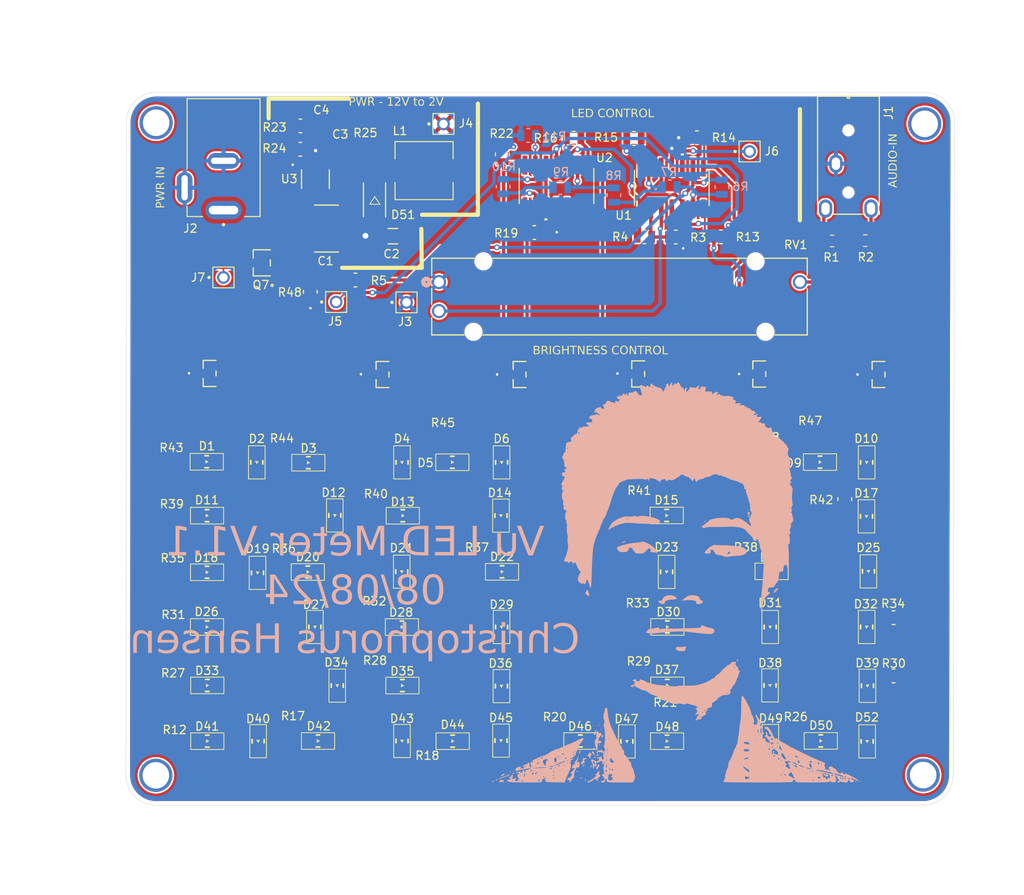
<source format=kicad_pcb>
(kicad_pcb (version 20240108) (generator "pcbnew") (generator_version "8.0")
  (layers (0 "F.Cu" signal) (31 "B.Cu" signal) (34 "B.Paste" user) (35 "F.Paste" user) (36 "B.SilkS" user "B.Silkscreen") (37 "F.SilkS" user "F.Silkscreen") (38 "B.Mask" user) (39 "F.Mask" user) (44 "Edge.Cuts" user))
  (net 0 "")
  (net 1 "GND")
  (net 2 "+12V")
  (net 3 "/ROW1END")
  (net 4 "+5V")
  (net 5 "/ROW2END")
  (net 6 "/ROW3END")
  (net 7 "/ROW4END")
  (net 8 "/ROW5END")
  (net 9 "/ROW6END")
  (net 10 "Net-(Q1-G)")
  (net 11 "Net-(Q2-G)")
  (net 12 "Net-(Q3-G)")
  (net 13 "Net-(Q4-G)")
  (net 14 "Net-(Q5-G)")
  (net 15 "Net-(Q6-G)")
  (net 16 "Net-(R1-Pad2)")
  (net 17 "Net-(J1-Pad2)")
  (net 18 "Net-(J1-Pad3)")
  (net 19 "Net-(U1A--)")
  (net 20 "/AUDIO")
  (net 21 "Net-(U3-VFB)")
  (net 22 "Net-(U1A-+)")
  (net 23 "Net-(U3-BST)")
  (net 24 "Net-(C3-Pad2)")
  (net 25 "Net-(D51-K)")
  (net 27 "+6.6V")
  (net 28 "+5.5V")
  (net 29 "+4.4V")
  (net 30 "+3.3V")
  (net 31 "+2.2V")
  (net 32 "+1.1V")
  (net 33 "Net-(D1-K)")
  (net 34 "Net-(D1-A)")
  (net 35 "Net-(D3-A)")
  (net 36 "Net-(D3-K)")
  (net 37 "Net-(D5-K)")
  (net 38 "Net-(D5-A)")
  (net 39 "Net-(D7-A)")
  (net 40 "Net-(D7-K)")
  (net 41 "Net-(D10-A)")
  (net 42 "Net-(D9-A)")
  (net 43 "Net-(D11-A)")
  (net 44 "Net-(D11-K)")
  (net 45 "Net-(D13-K)")
  (net 46 "Net-(D13-A)")
  (net 47 "Net-(D15-A)")
  (net 48 "Net-(D15-K)")
  (net 49 "Net-(D17-A)")
  (net 50 "Net-(D18-A)")
  (net 51 "Net-(D18-K)")
  (net 52 "Net-(D20-A)")
  (net 53 "Net-(D20-K)")
  (net 54 "Net-(D22-A)")
  (net 55 "Net-(D22-K)")
  (net 56 "Net-(D24-K)")
  (net 57 "Net-(D24-A)")
  (net 58 "Net-(D26-K)")
  (net 59 "Net-(D26-A)")
  (net 60 "Net-(D28-K)")
  (net 61 "Net-(D28-A)")
  (net 62 "Net-(D30-A)")
  (net 63 "Net-(D30-K)")
  (net 64 "Net-(D32-A)")
  (net 65 "Net-(D33-A)")
  (net 66 "Net-(D33-K)")
  (net 67 "Net-(D35-A)")
  (net 68 "Net-(D35-K)")
  (net 69 "Net-(D37-A)")
  (net 70 "Net-(D37-K)")
  (net 71 "Net-(D39-A)")
  (net 72 "Net-(D40-A)")
  (net 73 "Net-(D41-A)")
  (net 74 "Net-(D42-K)")
  (net 75 "Net-(D42-A)")
  (net 76 "Net-(D44-K)")
  (net 77 "Net-(D44-A)")
  (net 78 "Net-(D46-A)")
  (net 79 "Net-(D46-K)")
  (net 80 "Net-(D48-K)")
  (net 81 "Net-(D48-A)")
  (net 82 "Net-(D50-K)")
  (net 83 "Net-(D50-A)")
  (net 84 "PWRIN")
  (net 85 "Net-(Q7-G)")
  (footprint "VuLED:CPF0603B24RE1" (layer "F.Cu") (at 107.97 125.55 90)
    (property "Reference" "R29")
    (property "Value" "24" (hide yes))
  )
  (footprint "VuLED:DMN3023L_7" (layer "F.Cu") (at 77.17 88.74 90)
    (property "Reference" "Q5" (hide yes))
    (property "Value" "DMN3023L-7" (hide yes))
  )
  (footprint "VuLED:150080VS75000-WL-SMCW_0805" (layer "F.Cu") (at 91.505 126.32 90)
    (property "Reference" "D36")
    (property "Value" "LED_Small" (hide yes))
  )
  (footprint "VuLED:150080VS75000-WL-SMCW_0805" (layer "F.Cu") (at 79.565 126.25 180)
    (property "Reference" "D35")
    (property "Value" "LED_Small" (hide yes))
  )
  (footprint "VuLED:150080VS75000-WL-SMCW_0805" (layer "F.Cu") (at 91.445 105.755 90)
    (property "Reference" "D14")
    (property "Value" "LED_Small" (hide yes))
  )
  (footprint "VuLED:150080VS75000-WL-SMCW_0805" (layer "F.Cu") (at 106.62 132.985 90)
    (property "Reference" "D47")
    (property "Value" "LED_Small" (hide yes))
  )
  (footprint "VuLED:CPF0603B24RE1" (layer "F.Cu") (at 110.375 96.54 90)
    (property "Reference" "R46")
    (property "Value" "24" (hide yes))
  )
  (footprint "VuLED:CPF0603B24RE1" (layer "F.Cu") (at 51.97 119.205 180)
    (property "Reference" "R31")
    (property "Value" "24" (hide yes))
  )
  (footprint "VuLED:EJ508A" (layer "F.Cu") (at 58.01 66.215 180)
    (property "Reference" "J2")
    (property "Value" "Barrel_Jack_Switch" (hide yes))
  )
  (footprint "VuLED:RESC2012X50N" (layer "F.Cu") (at 135.35 72.595 180)
    (property "Reference" "R2")
    (property "Value" "10k" (hide yes))
  )
  (footprint "VuLED:150080VS75000-WL-SMCW_0805" (layer "F.Cu") (at 56.02 112.585 180)
    (property "Reference" "D18")
    (property "Value" "LED_Small" (hide yes))
  )
  (footprint "Capacitor_SMD:C_0201_0603Metric" (layer "F.Cu") (at 67.81 56.725)
    (property "Reference" "C4")
    (property "Value" "470pF" (hide yes))
  )
  (footprint "VuLED:150080VS75000-WL-SMCW_0805" (layer "F.Cu") (at 91.52 119.185 90)
    (property "Reference" "D29")
    (property "Value" "LED_Small" (hide yes))
  )
  (footprint "VuLED:DMN3023L_7" (layer "F.Cu") (at 56.33 88.61 90)
    (property "Reference" "Q6" (hide yes))
    (property "Value" "DMN3023L-7" (hide yes))
  )
  (footprint "VuLED:150080VS75000-WL-SMCW_0805" (layer "F.Cu") (at 101.02 132.935 180)
    (property "Reference" "D46")
    (property "Value" "LED_Small" (hide yes))
  )
  (footprint "VuLED:SOT-23-6W_PE-SOT23-6W-0512_NMD" (layer "F.Cu") (at 69.085 65.18 90)
    (property "Reference" "U3")
    (property "Value" "R1240N001B-TR-FE" (hide yes))
  )
  (footprint "VuLED:CPF0603B24RE1" (layer "F.Cu") (at 108.06 104.905 90)
    (property "Reference" "R41")
    (property "Value" "24" (hide yes))
  )
  (footprint "VuLED:150080VS75000-WL-SMCW_0805" (layer "F.Cu") (at 111.465 99.355 180)
    (property "Reference" "D7")
    (property "Value" "LED_Small" (hide yes))
  )
  (footprint "VuLED:CPF0603B24RE1" (layer "F.Cu") (at 84.47 96.725 90)
    (property "Reference" "R45")
    (property "Value" "24" (hide yes))
  )
  (footprint "VuLED:CPF0603B24RE1" (layer "F.Cu") (at 66.23 132.265 90)
    (property "Reference" "R17")
    (property "Value" "24" (hide yes))
  )
  (footprint "VuLED:RES0805_CRG_TYCO_TYC" (layer "F.Cu") (at 100.20515 60.259963)
    (property "Reference" "R16")
    (property "Value" "10k" (hide yes))
  )
  (footprint "VuLED:150080VS75000-WL-SMCW_0805" (layer "F.Cu") (at 135.735 112.48 90)
    (property "Reference" "D25")
    (property "Value" "LED_Small" (hide yes))
  )
  (footprint "VuLED:RES0805_CRG_TYCO_TYC" (layer "F.Cu") (at 112.51615 72.159563 180)
    (property "Reference" "R3")
    (property "Value" "1k" (hide yes))
  )
  (footprint "VuLED:STX-3000_KYC" (layer "F.Cu") (at 131.824876 63.389566)
    (property "Reference" "J1")
    (property "Value" "AudioJack2_Ground" (hide yes))
  )
  (footprint "VuLED:150080VS75000-WL-SMCW_0805" (layer "F.Cu") (at 79.485 112.515 90)
    (property "Reference" "D21")
    (property "Value" "LED_Small" (hide yes))
  )
  (footprint "VuLED:CPF0603B24RE1" (layer "F.Cu") (at 65.18 111.975 90)
    (property "Reference" "R36")
    (property "Value" "24" (hide yes))
  )
  (footprint "VuLED:GRM31CR71E106KA12L" (layer "F.Cu") (at 78.425 72.06 180)
    (property "Reference" "C2")
    (property "Value" "10u" (hide yes))
  )
  (footprint "VuLED:PH1_01_UA" (layer "F.Cu") (at 80.06 80.04)
    (property "Reference" "J3")
    (property "Value" "TP1")
  )
  (footprint "VuLED:150080VS75000-WL-SMCW_0805" (layer "F.Cu") (at 62.175 132.96 90)
    (property "Reference" "D40")
    (property "Value" "LED_Small" (hide yes))
  )
  (footprint "VuLED:CPF0603B24RE1" (layer "F.Cu") (at 88.585 111.825 90)
    (property "Reference" "R37")
    (property "Value" "24" (hide yes))
  )
  (footprint "VuLED:CPF0603B24RE1" (layer "F.Cu") (at 126.86 132.26 90)
    (property "Reference" "R26")
    (property "Value" "24" (hide yes))
  )
  (footprint "VuLED:M3-Mounting Holes" (layer "F.Cu") (at 142.336191 136.916191)
    (property "Reference" "H1" (hide yes))
    (property "Value" "MountingHole" (hide yes))
  )
  (footprint "VuLED:IND_SLF7045T-4R7M2R0-PF" (layer "F.Cu") (at 82.175 64.15)
    (property "Reference" "L1")
    (property "Value" "4.7u" (hide yes))
  )
  (footprint "VuLED:DMN3023L_7" (layer "F.Cu") (at 122.58 88.685 90)
    (property "Reference" "Q2" (hide yes))
    (property "Value" "DMN3023L-7" (hide yes))
  )
  (footprint "VuLED:CPF0603B24RE1" (layer "F.Cu") (at 76.48 105.205 90)
    (property "Reference" "R40")
    (property "Value" "24" (hide yes))
  )
  (footprint "VuLED:C0805C104K5RACTU" (layer "F.Cu") (at 72.19 62.5 90)
    (property "Reference" "C3")
    (property "Value" "0.1u" (hide yes))
  )
  (footprint "VuLED:CPF0603B24RE1" (layer "F.Cu") (at 51.78 99.3 180)
    (property "Reference" "R43")
    (property "Value" "24" (hide yes))
  )
  (footprint "VuLED:PH1_01_UA" (layer "F.Cu") (at 121.415 61.845)
    (property "Reference" "J6")
    (property "Value" "TP4" (hide yes))
  )
  (footprint "VuLED:150080VS75000-WL-SMCW_0805" (layer "F.Cu") (at 123.875 126.23 90)
    (property "Reference" "D38")
    (property "Value" "LED_Small" (hide yes))
  )
  (footprint "VuLED:150080VS75000-WL-SMCW_0805" (layer "F.Cu") (at 79.51 119.195 180)
    (property "Reference" "D28")
    (property "Value" "LED_Small" (hide yes))
  )
  (footprint "VuLED:150080VS75000-WL-SMCW_0805" (layer "F.Cu") (at 69.4 132.935 180)
    (property "Reference" "D42")
    (property "Value" "LED_Small" (hide yes))
  )
  (footprint "VuLED:CMS11" (layer "F.Cu") (at 76.205 67.675 -90)
    (property "Reference" "D51")
    (property "Value" "D" (hide yes))
  )
  (footprint "VuLED:POT_PTA3043_BRN" (layer "F.Cu") (at 83.980158 77.590035)
    (property "Reference" "RV1")
    (property "Value" "100k" (hide yes))
  )
  (footprint "VuLED:RC0805FR-0751RL" (layer "F.Cu") (at 75.02 62.265 90)
    (property "Reference" "R25")
    (property "Value" "51" (hide yes))
  )
  (footprint "VuLED:LM324-D14-M" (layer "F.Cu") (at 112.03615 66.239963 90)
    (property "Reference" "U1")
    (property "Value" "LM324" (hide yes))
  )
  (footprint "VuLED:150080VS75000-WL-SMCW_0805" (layer "F.Cu") (at 71.42 105.735 90)
    (property "Reference" "D12")
    (property "Value" "LED_Small" (hide yes))
  )
  (footprint "VuLED:150080VS75000-WL-SMCW_0805" (layer "F.Cu") (at 111.495 126.23 180)
    (property "Reference" "D37")
    (property "Value" "LED_Small" (hide yes))
  )
  (footprint "VuLED:DMN3023L_7" (layer "F.Cu") (at 93.69 88.74 90)
    (property "Reference" "Q4" (hide yes))
    (property "Value" "DMN3023L-7" (hide yes))
  )
  (footprint "VuLED:RES0805_CRG_TYCO_TYC" (layer "F.Cu") (at 138.7587 125.085)
    (property "Reference" "R30")
    (property "Value" "112" (hide yes))
  )
  (footprint "VuLED:150080VS75000-WL-SMCW_0805" (layer "F.Cu") (at 71.71 126.26 90)
    (property "Reference" "D34")
    (property "Value" "LED_Small" (hide yes))
  )
  (footprint "VuLED:150080VS75000-WL-SMCW_0805" (layer "F.Cu") (at 129.895 99.3 180)
    (property "Reference" "D9")
    (property "Value" "LED_Small" (hide yes))
  )
  (footprint "VuLED:RES0805_CRG_TYCO_TYC" (layer "F.Cu") (at 67.26 61.575 180)
    (property "Reference" "R24")
    (property "Value" "1.2k" (hide yes))
  )
  (footprint "VuLED:150080VS75000-WL-SMCW_0805" (layer "F.Cu") (at 62.105 112.655 90)
    (property "Reference" "D19")
    (property "Value" "LED_Small" (hide yes))
  )
  (footprint "VuLED:CPF0603B24RE1" (layer "F.Cu") (at 51.89 126.2 180)
    (property "Reference" "R27")
    (property "Value" "24" (hide yes))
  )
  (footprint "VuLED:CPF0603B24RE1" (layer "F.Cu") (at 108.155 118.45 90)
    (property "Reference" "R33")
    (property "Value" "24" (hide yes))
  )
  (footprint "VuLED:CPF0603B24RE1" (layer "F.Cu") (at 51.83 105.835 180)
    (property "Reference" "R39")
    (property "Value" "24" (hide yes))
  )
  (footprint "VuLED:CPF0603B24RE1" (layer "F.Cu") (at 111.185 129.815)
    (property "Reference" "R21")
    (property "Value" "24" (hide yes))
  )
  (footprint "VuLED:150080VS75000-WL-SMCW_0805" (layer "F.Cu") (at 135.52 99.335 90)
    (property "Reference" "D10")
    (property "Value" "LED_Small" (hide yes))
  )
  (footprint "VuLED:CPF0603B24RE1" (layer "F.Cu") (at 128.81 96.565 90)
    (property "Reference" "R47")
    (property "Value" "24" (hide yes))
  )
  (footprint "VuLED:RES0805_CRG_TYCO_TYC" (layer "F.Cu") (at 132.885 103.7637 90)
    (property "Reference" "R42")
    (property "Value" "112" (hide yes))
  )
  (footprint "VuLED:150080VS75000-WL-SMCW_0805" (layer "F.Cu") (at 85.625 132.955 180)
    (property "Reference" "D44")
    (property "Value" "LED_Small" (hide yes))
  )
  (footprint "VuLED:150080VS75000-WL-SMCW_0805" (layer "F.Cu") (at 55.98 99.26 180)
    (property "Reference" "D1")
    (property "Value" "LED_Small" (hide yes))
  )
  (footprint "VuLED:KTS500B106M55N0T00" (layer "F.Cu") (at 70.415 71.135)
    (property "Reference" "C1")
    (property "Value" "10u" (hide yes))
  )
  (footprint "VuLED:RES0805_CRG_TYCO_TYC" (layer "F.Cu") (at 107.47515 60.274963)
    (property "Reference" "R15")
    (property "Value" "10k" (hide yes))
  )
  (footprint "VuLED:M3-Mounting Holes" (layer "F.Cu") (at 49.885 58.25)
    (property "Reference" "H4" (hide yes))
    (property "Value" "MountingHole" (hide yes))
  )
  (footprint "VuLED:150080VS75000-WL-SMCW_0805" (layer "F.Cu") (at 123.92 132.935 90)
    (property "Reference" "D49")
    (property "Value" "LED_Small" (hide yes))
  )
  (footprint "VuLED:150080VS75000-WL-SMCW_0805" (layer "F.Cu") (at 68.225 99.375 180)
    (property "Reference" "D3")
    (property "Value" "LED_Small" (hide yes))
  )
  (footprint "VuLED:RES0805_CRG_TYCO_TYC" (layer "F.Cu") (at 108.73115 72.134563 180)
    (property "Reference" "R4")
    (property "Value" "47k" (hide yes))
  )
  (footprint "VuLED:150080VS75000-WL-SMCW_0805" (layer "F.Cu") (at 56.05 132.955 180)
    (property "Reference" "D41")
    (property "Value" "LED_Small" (hide yes))
  )
  (footprint "VuLED:150080VS75000-WL-SMCW_0805" (layer "F.Cu") (at 79.61 105.77 180)
    (property "Reference" "D13")
    (property "Value" "LED_Small" (hide yes))
  )
  (footprint "VuLED:150080VS75000-WL-SMCW_0805" (layer "F.Cu") (at 124.02 99.335 90)
    (property "Reference" "D8")
    (property "Value" "LED_Small" (hide yes))
  )
  (footprint "VuLED:150080VS75000-WL-SMCW_0805" (layer "F.Cu") (at 135.58 132.985 90)
    (property "Reference" "D52")
    (property "Value" "LED_Small" (hide yes))
  )
  (footprint "VuLED:CPF0603B24RE1" (layer "F.Cu") (at 82.64 132.17 90)
    (property "Reference" "R18")
    (property "Value" "24" (hide yes))
  )
  (footprint "VuLED:150080VS75000-WL-SMCW_0805" (layer "F.Cu") (at 69.02 119.185 90)
    (property "Reference" "D27")
    (property "Value" "LED_Small" (hide yes))
  )
  (footprint "VuLED:150080VS75000-WL-SMCW_0805" (layer "F.Cu") (at 123.89 119.19 90)
    (property "Reference" "D31")
    (property "Value" "LED_Small" (hide yes))
  )
  (footprint "VuLED:150080VS75000-WL-SMCW_0805" (layer "F.Cu") (at 129.99 132.925 180)
    (property "Reference" "D50")
    (property "Value" "LED_Small" (hide yes))
  )
  (footprint "VuLED:150080VS75000-WL-SMCW_0805" (layer "F.Cu") (at 111.5 119.18 180)
    (property "Reference" "D30")
    (property "Value" "LED_Small" (hide yes))
  )
  (footprint "VuLED:M3-Mounting Holes" (layer "F.Cu") (at 142.515 58.38)
    (property "Reference" "H3" (hide yes))
    (property "Value" "MountingHole" (hide yes))
  )
  (footprint "VuLED:150080VS75000-WL-SMCW_0805" (layer "F.Cu") (at 124 105.845 90)
    (property "Reference" "D16")
    (property "Value" "LED_Small" (hide yes))
  )
  (footprint "VuLED:CPF0603B24RE1" (layer "F.Cu") (at 65.195 98.675 90)
    (property "Reference" "R44")
    (property "Value" "24" (hide yes))
  )
  (footprint "VuLED:CPF0603B24RE1" (layer "F.Cu") (at 51.895 112.595 180)
    (property "Reference" "R35")
    (property "Value" "24" (hide yes))
  )
  (footprint "VuLED:M3-Mounting Holes" (layer "F.Cu") (at 49.85 136.945)
    (property "Reference" "H2" (hide yes))
    (property "Value" "MountingHole" (hide yes))
  )
  (footprint "VuLED:DMN3023L_7" (layer "F.Cu") (at 107.9848 88.67 90)
    (property "Reference" "Q1" (hide yes))
    (property "Value" "DMN3023L-7" (hide yes))
  )
  (footprint "VuLED:150080VS75000-WL-SMCW_0805" (layer "F.Cu") (at 56.02 105.76 180)
    (property "Reference" "D11")
    (property "Value" "LED_Small" (hide yes))
  )
  (footprint "VuLED:RES0805_CRG_TYCO_TYC" (layer "F.Cu") (at 95.46515 71.619963 180)
    (property "Reference" "R19")
    (property "Value" "10k" (hide yes))
  )
  (footprint "VuLED:RES0805_CRG_TYCO_TYC" (layer "F.Cu") (at 73.9 77.345 180)
    (property "Reference" "R5")
    (property "Value" "5.4k" (hide yes))
  )
  (footprint "VuLED:RES0805_CRG_TYCO_TYC" (layer "F.Cu") (at 68.465 78.77 -90)
    (property "Reference" "R48")
    (property "Value" "1k" (hide yes))
  )
  (footprint "VuLED:150080VS75000-WL-SMCW_0805" (layer "F.Cu") (at 91.45 132.89 90)
    (property "Reference" "D45")
    (property "Value" "LED_Small" (hide yes))
  )
  (footprint "VuLED:DMN3023L_7" (layer "F.Cu") (at 136.955 88.74 90)
    (property "Reference" "Q3" (hide yes))
    (property "Value" "DMN3023L-7" (hide yes))
  )
  (footprint "VuLED:CPF0603B24RE1" (layer "F.Cu") (at 76.285 125.475 90)
    (property "Reference" "R28")
    (property "Value" "24" (hide yes))
  )
  (footprint "VuLED:LM324-D14-M" (layer "F.Cu") (at 98.14015 65.999963 -90)
    (property "Reference" "U2")
    (property "Value" "LM324" (hide yes))
  )
  (footprint "VuLED:SSM3J327R-LF" (layer "F.Cu") (at 62.62 75.275 90)
    (property "Reference" "Q7")
    (property "Value" "SSM3J327R,LF" (hide yes))
  )
  (footprint "VuLED:PH1_01_UA" (layer "F.Cu") (at 84.515 58.52)
    (property "Reference" "J4")
    (property "Value" "TP2")
  )
  (footprint "VuLED:CPF0603B24RE1" (layer "F.Cu") (at 52.175 133.005 180)
    (property "Reference" "R12")
    (property "Value" "24" (hide yes))
  )
  (footprint "VuLED:150080VS75000-WL-SMCW_0805" (layer "F.Cu") (at 56.05 126.235 180)
    (property "Reference" "D33")
    (property "Value" "LED_Small" (hide yes))
  )
  (footprint "VuLED:RESC2012X50N" (layer "F.Cu") (at 131.36 72.63)
    (property "Reference" "R1")
    (property "Value" "10k" (hide yes))
  )
  (footprint "VuLED:150080VS75000-WL-SMCW_0805" (layer "F.Cu") (at 79.52 99.335 90)
    (property "Reference" "D4")
    (property "Value" "LED_Small" (hide yes))
  )
  (footprint "VuLED:RES0805_CRG_TYCO_TYC" (layer "F.Cu") (at 117.97015 72.134963 180)
    (property "Reference" "R13")
    (property "Value" "10k" (hide yes))
  )
  (footprint "VuLED:CPF0603B24RE1" (layer "F.Cu") (at 97.845 132.165 90)
    (property "Reference" "R20")
    (property "Value" "24" (hide yes))
  )
  (footprint "VuLED:150080VS75000-WL-SMCW_0805" (layer "F.Cu") (at 91.575 112.53 180)
    (property "Reference" "D22")
    (property "Value" "LED_Small" (hide yes))
  )
  (footprint "VuLED:150080VS75000-WL-SMCW_0805" (layer "F.Cu") (at 124.065 112.48 180)
    (property "Reference" "D24")
    (property "Value" "LED_Small" (hide yes))
  )
  (footprint "VuLED:150080VS75000-WL-SMCW_0805" (layer "F.Cu") (at 62.02 99.335 90)
    (property "Reference" "D2")
    (property "Value" "LED_Small" (hide yes))
  )
  (footprint "VuLED:150080VS75000-WL-SMCW_0805" (layer "F.Cu") (at 111.465 132.95 180)
    (property "Reference" "D48")
    (property "Value" "LED_Small" (hide yes))
  )
  (footprint "VuLED:RES0805_CRG_TYCO_TYC" (layer "F.Cu") (at 91.61015 62.189963 -90)
    (property "Reference" "R22")
    (property "Value" "10k" (hide yes))
  )
  (footprint "VuLED:150080VS75000-WL-SMCW_0805" (layer "F.Cu") (at 111.42 105.735 180)
    (property "Reference" "D15")
    (property "Value" "LED_Small" (hide yes))
  )
  (footprint "VuLED:PH1_01_UA" (layer "F.Cu") (at 71.58 79.995)
    (property "Reference" "J5")
    (property "Value" "TP3" (hide yes))
  )
  (footprint "VuLED:150080VS75000-WL-SMCW_0805" (layer "F.Cu") (at 56.02 119.185 180)
    (property "Reference" "D26")
    (property "Value" "LED_Small" (hide yes))
  )
  (footprint "VuLED:150080VS75000-WL-SMCW_0805" (layer "F.Cu") (at 135.52 119.185 90)
    (property "Reference" "D32")
    (property "Value" "LED_Small" (hide yes))
  )
  (footprint "VuLED:RES0805_CRG_TYCO_TYC" (layer "F.Cu") (at 138.76 118.065)
    (property "Reference" "R34")
    (property "Value" "112" (hide yes))
  )
  (footprint "VuLED:RES0805_CRG_TYCO_TYC" (layer "F.Cu") (at 115.05515 60.184963)
    (property "Reference" "R14")
    (property "Value" "10k" (hide yes))
  )
  (footprint "VuLED:150080VS75000-WL-SMCW_0805" (layer "F.Cu") (at 135.62 126.28 90)
    (property "Reference" "D39")
    (property "Value" "LED_Small" (hide yes))
  )
  (footprint "VuLED:150080VS75000-WL-SMCW_0805" (layer "F.Cu") (at 91.52 99.335 90)
    (property "Reference" "D6")
    (property "Value" "LED_Small" (hide yes))
  )
  (footprint "VuLED:PH1_01_UA" (layer "F.Cu") (at 58 77.035)
    (property "Reference" "J7")
    (property "Value" "TP4" (hide yes))
  )
  (footprint "VuLED:150080VS75000-WL-SMCW_0805" (layer "F.Cu") (at 135.5 105.845 90)
    (property "Reference" "D17")
    (property "Value" "LED_Small" (hide yes))
  )
  (footprint "VuLED:150080VS75000-WL-SMCW_0805" (layer "F.Cu") (at 79.52 132.935 90)
    (property "Reference" "D43")
    (property "Value" "LED_Small" (hide yes))
  )
  (footprint "VuLED:150080VS75000-WL-SMCW_0805" (layer "F.Cu") (at 111.41 112.54 90)
    (property "Reference" "D23")
    (property "Value" "LED_Small")
  )
  (footprint "VuLED:150080VS75000-WL-SMCW_0805" (layer "F.Cu") (at 68.165 112.56 180)
    (property "Reference" "D20")
    (property "Value" "LED_Small" (hide yes))
  )
  (footprint "VuLED:CPF0603B24RE1" (layer "F.Cu") (at 76.2 118.38 90)
    (property "Reference" "R32")
    (property "Value" "24" (hide yes))
  )
  (footprint "VuLED:CPF0603B24RE1" (layer "F.Cu") (at 120.955 111.8 90)
    (property "Reference" "R38")
    (property "Value" "24" (hide yes))
  )
  (footprint "VuLED:RES0805_CRG_TYCO_TYC" (layer "F.Cu") (at 67.275 58.76)
    (property "Reference" "R23")
    (property "Value" "6.3k" (hide yes))
  )
  (footprint "VuLED:150080VS75000-WL-SMCW_0805" (layer "F.Cu") (at 85.585 99.32 180)
    (property "Reference" "D5")
    (property "Value" "LED_Small" (hide yes))
  )
  (footprint "LOGO" (layer "B.Cu") (at 111.41 112.54 180)
    (property "Reference" "G***" (hide yes))
    (property "Value" "LOGO" (hide yes))
  )
  (footprint "VuLED:RES0805_CRG_TYCO_TYC" (layer "B.Cu") (at 91.70515 66.079963 -90)
    (property "Reference" "R10")
    (property "Value" "1.1k" (hide yes))
  )
  (footprint "VuLED:RES0805_CRG_TYCO_TYC" (layer "B.Cu") (at 98.61515 66.184963)
    (property "Reference" "R9")
    (property "Value" "1.1k" (hide yes))
  )
  (footprint "VuLED:RES0805_CRG_TYCO_TYC" (layer "B.Cu") (at 94.72515 59.909963)
    (property "Reference" "R11")
    (property "Value" "1.1k" (hide yes))
  )
  (footprint "VuLED:RES0805_CRG_TYCO_TYC" (layer "B.Cu") (at 105.05515 67.104963 -90)
    (property "Reference" "R8")
    (property "Value" "1.1k" (hide yes))
  )
  (footprint "VuLED:RES0805_CRG_TYCO_TYC" (layer "B.Cu") (at 111.78615 66.129563)
    (property "Reference" "R7")
    (property "Value" "1.1k" (hide yes))
  )
  (footprint "VuLED:RES0805_CRG_TYCO_TYC" (layer "B.Cu") (at 118.08115 66.144563 90)
    (property "Reference" "R6")
    (property "Value" "1.1k" (hide yes))
  )
  (gr_rect (start 69.72 66.015) (end 75.27 67.355) (stroke (width 0.05)) (fill solid) (layer "F.Cu") (net 25))
  (gr_poly (pts (xy 68.805 67.03) (xy 68.515 67.53) (xy 69.695 67.53) (xy 69.34 66.95) (xy 68.81 66.97) (xy 68.82 67.025)) (stroke (width 0.05)) (fill solid) (layer "F.Cu") (net 2))
  (gr_rect (start 74.105 62.465) (end 80.095 67.37) (stroke (width 0.05)) (fill solid) (layer "F.Cu") (net 25))
  (gr_rect (start 62.8875 67.53) (end 69.695 74.585) (stroke (width 0.05)) (fill solid) (layer "F.Cu") (net 2))
  (gr_rect (start 72.1168 68.4807) (end 77.345 74.195) (stroke (width 0.2)) (fill solid) (layer "F.Cu") (net 1))
  (gr_rect (start 55.165 66.87) (end 62.43 75.985) (stroke (width 0.05)) (fill solid) (layer "F.Cu") (net 84))
  (gr_line (start 63.4425 57.85) (end 63.4475 55.48) (stroke (width 0.5)) (layer "F.SilkS"))
  (gr_line (start 76.24 67.29) (end 75.64 68.19) (stroke (width 0.1)) (layer "F.SilkS"))
  (gr_line (start 88.67 56.08) (end 88.665 69.475) (stroke (width 0.5)) (layer "F.SilkS"))
  (gr_line (start 76.84 68.19) (end 76.24 67.29) (stroke (width 0.1)) (layer "F.SilkS"))
  (gr_line (start 81.895 75.87) (end 72.3 75.87) (stroke (width 0.5)) (layer "F.SilkS"))
  (gr_line (start 88.665 69.475) (end 81.93 69.475) (stroke (width 0.5)) (layer "F.SilkS"))
  (gr_line (start 127.4825 56.7475) (end 127.4775 70.1425) (stroke (width 0.5)) (layer "F.SilkS"))
  (gr_line (start 75.67 68.205) (end 76.87 68.205) (stroke (width 0.1)) (layer "F.SilkS"))
  (gr_line (start 63.4475 55.48) (end 73.0425 55.48) (stroke (width 0.5)) (layer "F.SilkS"))
  (gr_line (start 81.85 71.185) (end 81.895 75.87) (stroke (width 0.5)) (layer "F.SilkS"))
  (gr_line (start 46.25 137.06) (end 46.31 58.33) (stroke (width 0.05)) (layer "Edge.Cuts"))
  (gr_line (start 142.33 140.67) (end 49.865 140.675) (stroke (width 0.05)) (layer "Edge.Cuts"))
  (gr_line (start 146.123809 58.331191) (end 145.945 137.055) (stroke (width 0.05)) (layer "Edge.Cuts"))
  (gr_arc (start 142.508809 54.716191) (mid 145.064997 55.775003) (end 146.123809 58.331191) (stroke (width 0.05)) (layer "Edge.Cuts"))
  (gr_line (start 49.925 54.715) (end 142.508809 54.716191) (stroke (width 0.05)) (layer "Edge.Cuts"))
  (gr_arc (start 145.945 137.055) (mid 144.886191 139.611191) (end 142.33 140.67) (stroke (width 0.05)) (layer "Edge.Cuts"))
  (gr_arc (start 46.31 58.33) (mid 47.368809 55.773809) (end 49.925 54.715) (stroke (width 0.05)) (layer "Edge.Cuts"))
  (gr_arc (start 49.865 140.675) (mid 47.308809 139.616191) (end 46.25 137.06) (stroke (width 0.05)) (layer "Edge.Cuts"))
  (gr_text "Vu LED Meter V1.1\n08/08/24\nChristophorus Hansen\n" (at 73.83 122.91 0) (layer "B.SilkS") (effects (font (size 3.5 3.5)) (justify bottom mirror)))
  (gr_text "AUDIO-IN\n" (at 139.32 62.95 90) (layer "F.SilkS") (effects (font (size 1 1)) (justify bottom)))
  (gr_text "LED CONTROL\n\n\n" (at 104.9 61.24 0) (layer "F.SilkS") (effects (font (size 1 1)) (justify bottom)))
  (gr_text "PWR IN\n" (at 51.035 66.175 90) (layer "F.SilkS") (effects (font (size 1 1)) (justify bottom)))
  (gr_text "BRIGHTNESS CONTROL\n" (at 103.42 86.465 0) (layer "F.SilkS") (effects (font (size 1 1)) (justify bottom)))
  (gr_text "PWR - 12V to 2V\n\n" (at 78.815 58.17 0) (layer "F.SilkS") (effects (font (size 1 1)) (justify bottom)))
  (segment (start 114.17885 60.184963) (end 112.87015 60.184963) (width 0.4) (layer "F.Cu") (net 1))
  (segment (start 55.3902 88.61) (end 55.815001 88.61) (width 0.2) (layer "F.Cu") (net 1))
  (segment (start 98.12515 71.619963) (end 98.16515 71.579963) (width 0.2) (layer "F.Cu") (net 1))
  (segment (start 68.465 79.6463) (end 68.465 80.73) (width 0.4) (layer "F.Cu") (net 1))
  (segment (start 106.58885 60.124963) (end 106.58885 61.778663) (width 0.4) (layer "F.Cu") (net 1))
  (segment (start 96.34145 71.619963) (end 98.12515 71.619963) (width 0.2) (layer "F.Cu") (net 1))
  (segment (start 53.865 88.61) (end 53.845 88.59) (width 0.2) (layer "F.Cu") (net 1))
  (segment (start 91.61015 61.313663) (end 92.93145 61.313663) (width 0.4) (layer "F.Cu") (net 1))
  (segment (start 112.03615 61.473963) (end 112.04015 61.469963) (width 0.4) (layer "F.Cu") (net 1))
  (segment (start 66.3837 61.575) (end 66.3837 63.4063) (width 0.5) (layer "F.Cu") (net 1))
  (segment (start 113.39245 73.512263) (end 113.41015 73.529963) (width 0.2) (layer "F.Cu") (net 1))
  (segment (start 66.3837 63.4063) (end 66.345 63.445) (width 0.2) (layer "F.Cu") (net 1))
  (segment (start 112.87015 60.184963) (end 112.86515 60.179963) (width 0.4) (layer "F.Cu") (net 1))
  (segment (start 76.535 88.72) (end 74.584999 88.72) (width 0.4) (layer "F.Cu") (net 1))
  (segment (start 92.93145 61.313663) (end 92.95515 61.289963) (width 0.2) (layer "F.Cu") (net 1))
  (segment (start 92.945 88.75) (end 90.994999 88.75) (width 0.4) (layer "F.Cu") (net 1))
  (segment (start 99.25885 61.358663) (end 99.28515 61.384963) (width 0.2) (layer "F.Cu") (net 1))
  (segment (start 107.455 88.645) (end 105.504999 88.645) (width 0.4) (layer "F.Cu") (net 1))
  (segment (start 118.84645 70.745) (end 118.84645 72.134963) (width 0.2) (layer "F.Cu") (net 1))
  (segment (start 106.60515 61.794963) (end 106.58885 61.778663) (width 0.4) (layer "F.Cu") (net 1))
  (segment (start 112.03615 63.725363) (end 112.03615 61.473963) (width 0.4) (layer "F.Cu") (net 1))
  (segment (start 98.14015 68.514563) (end 98.14015 71.554963) (width 0.2) (layer "F.Cu") (net 1))
  (segment (start 55.815001 88.61) (end 53.865 88.61) (width 0.4) (layer "F.Cu") (net 1))
  (segment (start 98.14015 71.554963) (end 98.16515 71.579963) (width 0.2) (layer "F.Cu") (net 1))
  (segment (start 68.465 80.73) (end 68.48 80.745) (width 0.2) (layer "F.Cu") (net 1))
  (segment (start 122.115 88.69) (end 120.164999 88.69) (width 0.4) (layer "F.Cu") (net 1))
  (segment (start 113.39245 72.159563) (end 113.39245 73.512263) (width 0.2) (layer "F.Cu") (net 1))
  (segment (start 69.085 63.72585) (end 69.085 61.76) (width 0.5) (layer "F.Cu") (net 1))
  (segment (start 136.39 88.76) (end 134.439999 88.76) (width 0.4) (layer "F.Cu") (net 1))
  (segment (start 99.25885 60.039963) (end 99.25885 61.358663) (width 0.2) (layer "F.Cu") (net 1))
  (segment (start 69.085 61.76) (end 69.11 61.735) (width 0.2) (layer "F.Cu") (net 1))
  (via (at 92.95515 61.289963) (size 0.6) (drill 0.3) (layers "F.Cu" "B.Cu") (net 1))
  (via (at 98.16515 71.579963) (size 0.6) (drill 0.3) (layers "F.Cu" "B.Cu") (net 1))
  (via (at 90.974999 88.73) (size 0.6) (drill 0.3) (layers "F.Cu" "B.Cu") (net 1))
  (via (at 106.58885 61.778663) (size 0.7) (drill 0.4) (layers "F.Cu" "B.Cu") (net 1))
  (via (at 118.84645 70.745) (size 0.6) (drill 0.3) (layers "F.Cu" "B.Cu") (net 1))
  (via (at 66.345 63.445) (size 0.6) (drill 0.3) (layers "F.Cu" "B.Cu") (net 1))
  (via (at 75.115 72.01) (size 1) (drill 0.7) (layers "F.Cu" "B.Cu") (net 1))
  (via (at 105.484999 88.625) (size 0.6) (drill 0.3) (layers "F.Cu" "B.Cu") (net 1))
  (via (at 68.48 80.745) (size 0.6) (drill 0.3) (layers "F.Cu" "B.Cu") (net 1))
  (via (at 74.564999 88.7) (size 0.6) (drill 0.3) (layers "F.Cu" "B.Cu") (net 1))
  (via (at 113.41015 73.529963) (size 0.6) (drill 0.3) (layers "F.Cu" "B.Cu") (net 1))
  (via (at 112.86515 60.179963) (size 0.7) (drill 0.4) (layers "F.Cu" "B.Cu") (net 1))
  (via (at 53.845 88.59) (size 0.6) (drill 0.3) (layers "F.Cu" "B.Cu") (net 1))
  (via (at 99.28515 61.384963) (size 0.6) (drill 0.3) (layers "F.Cu" "B.Cu") (net 1))
  (via (at 120.144999 88.67) (size 0.6) (drill 0.3) (layers "F.Cu" "B.Cu") (net 1))
  (via (at 69.11 61.735) (size 0.7) (drill 0.4) (layers "F.Cu" "B.Cu") (net 1))
  (via (at 134.419999 88.74) (size 0.6) (drill 0.3) (layers "F.Cu" "B.Cu") (net 1))
  (via (at 112.04015 61.469963) (size 0.7) (drill 0.4) (layers "F.Cu" "B.Cu") (net 1))
  (segment (start 80.11 80.04) (end 82.559965 77.590035) (width 0.4) (layer "B.Cu") (net 1))
  (segment (start 82.559965 77.590035) (end 83.980158 77.590035) (width 0.4) (layer "B.Cu") (net 1))
  (segment (start 80.06 80.04) (end 80.11 80.04) (width 0.4) (layer "B.Cu") (net 1))
  (segment (start 113.485187 70.63) (end 113.48515 70.629963) (width 0.4) (layer "F.Cu") (net 2))
  (segment (start 112.03615 69.627063) (end 113.03905 70.629963) (width 0.4) (layer "F.Cu") (net 2))
  (segment (start 73.6352 78.855) (end 73.0237 78.2435) (width 0.4) (layer "F.Cu") (net 2))
  (segment (start 73.0237 78.5513) (end 73.0237 78.2435) (width 0.2) (layer "F.Cu") (net 2))
  (segment (start 71.1418 77.345) (end 67.8369 74.0401) (width 0.4) (layer "F.Cu") (net 2))
  (segment (start 75.96 78.855) (end 73.6352 78.855) (width 0.4) (layer "F.Cu") (net 2))
  (segment (start 98.14015 63.485363) (end 98.14015 61.544963) (width 0.4) (layer "F.Cu") (net 2))
  (segment (start 73.0237 77.345) (end 71.1418 77.345) (width 0.4) (layer "F.Cu") (net 2))
  (segment (start 115.24615 70.539963) (end 115.156113 70.63) (width 0.4) (layer "F.Cu") (net 2))
  (segment (start 98.14015 61.544963) (end 98.13515 61.539963) (width 0.4) (layer "F.Cu") (net 2))
  (segment (start 112.03615 68.754563) (end 112.03615 69.627063) (width 0.4) (layer "F.Cu") (net 2))
  (segment (start 115.156113 70.63) (end 113.485187 70.63) (width 0.4) (layer "F.Cu") (net 2))
  (segment (start 73.0237 78.2435) (end 73.0237 77.345) (width 0.4) (layer "F.Cu") (net 2))
  (segment (start 71.58 79.995) (end 73.0237 78.5513) (width 0.2) (layer "F.Cu") (net 2))
  (segment (start 113.03905 70.629963) (end 113.48515 70.629963) (width 0.4) (layer "F.Cu") (net 2))
  (segment (start 67.8369 74.0401) (end 67.8369 71.135) (width 0.4) (layer "F.Cu") (net 2))
  (via (at 98.13515 61.539963) (size 0.7) (drill 0.4) (layers "F.Cu" "B.Cu") (net 2))
  (via (at 115.24615 70.539963) (size 0.7) (drill 0.4) (layers "F.Cu" "B.Cu") (net 2))
  (via (at 75.96 78.855) (size 0.7) (drill 0.4) (layers "F.Cu" "B.Cu") (net 2))
  (segment (start 119.07965 63.889463) (end 118.80015 63.609963) (width 0.4) (layer "B.Cu") (net 2))
  (segment (start 90.60665 64.397263) (end 92.98395 62.019963) (width 0.4) (layer "B.Cu") (net 2))
  (segment (start 99.395113 60.28) (end 98.13515 61.539963) (width 0.4) (layer "B.Cu") (net 2))
  (segment (start 77.43 78.855) (end 90.60665 65.67835) (width 0.4) (layer "B.Cu") (net 2))
  (segment (start 92.98395 62.019963) (end 97.65515 62.019963) (width 0.4) (layer "B.Cu") (net 2))
  (segment (start 118.80015 63.609963) (end 112.255 63.609963) (width 0.4) (layer "B.Cu") (net 2))
  (segment (start 115.24615 70.539963) (end 118.011621 70.539963) (width 0.4) (layer "B.Cu") (net 2))
  (segment (start 118.011621 70.539963) (end 119.93515 68.616434) (width 0.4) (layer "B.Cu") (net 2))
  (segment (start 119.07965 63.909463) (end 119.07965 63.889463) (width 0.4) (layer "B.Cu") (net 2))
  (segment (start 108.925037 60.28) (end 99.395113 60.28) (width 0.4) (layer "B.Cu") (net 2))
  (segment (start 119.93515 64.764963) (end 119.07965 63.909463) (width 0.4) (layer "B.Cu") (net 2))
  (segment (start 75.96 78.855) (end 77.43 78.855) (width 0.4) (layer "B.Cu") (net 2))
  (segment (start 90.60665 65.67835) (end 90.60665 64.397263) (width 0.4) (layer "B.Cu") (net 2))
  (segment (start 119.93515 68.616434) (end 119.93515 64.764963) (width 0.4) (layer "B.Cu") (net 2))
  (segment (start 112.255 63.609963) (end 108.925037 60.28) (width 0.4) (layer "B.Cu") (net 2))
  (segment (start 97.65515 62.019963) (end 98.13515 61.539963) (width 0.4) (layer "B.Cu") (net 2))
  (segment (start 62.02 100.385) (end 135.52 100.385) (width 0.4) (layer "F.Cu") (net 3))
  (segment (start 142.31 99.725) (end 141.65 100.385) (width 0.4) (layer "F.Cu") (net 3))
  (segment (start 141.65 100.385) (end 135.52 100.385) (width 0.4) (layer "F.Cu") (net 3))
  (segment (start 141.93 93.53) (end 142.31 93.91) (width 0.4) (layer "F.Cu") (net 3))
  (segment (start 108.9246 90.4896) (end 111.965 93.53) (width 0.4) (layer "F.Cu") (net 3))
  (segment (start 111.965 93.53) (end 141.93 93.53) (width 0.4) (layer "F.Cu") (net 3))
  (segment (start 142.31 93.91) (end 142.31 99.725) (width 0.4) (layer "F.Cu") (net 3))
  (segment (start 108.9246 89.584999) (end 108.9246 90.4896) (width 0.4) (layer "F.Cu") (net 3))
  (segment (start 142.965 104.965) (end 141.035 106.895) (width 0.4) (layer "F.Cu") (net 5))
  (segment (start 91.45 106.755) (end 91.42 106.785) (width 0.2) (layer "F.Cu") (net 5))
  (segment (start 142.965 93.14) (end 142.965 104.965) (width 0.4) (layer "F.Cu") (net 5))
  (segment (start 123.5198 89.9148) (end 125.25 91.645) (width 0.4) (layer "F.Cu") (net 5))
  (segment (start 71.53 106.895) (end 135.5 106.895) (width 0.4) (layer "F.Cu") (net 5))
  (segment (start 125.25 91.645) (end 141.47 91.645) (width 0.4) (layer "F.Cu") (net 5))
  (segment (start 141.035 106.895) (end 135.5 106.895) (width 0.4) (layer "F.Cu") (net 5))
  (segment (start 123.5198 89.599999) (end 123.5198 89.9148) (width 0.4) (layer "F.Cu") (net 5))
  (segment (start 71.42 106.785) (end 71.53 106.895) (width 0.4) (layer "F.Cu") (net 5))
  (segment (start 141.47 91.645) (end 142.965 93.14) (width 0.4) (layer "F.Cu") (net 5))
  (segment (start 62.105 113.705) (end 135.56 113.705) (width 0.4) (layer "F.Cu") (net 6))
  (segment (start 135.56 113.705) (end 135.735 113.53) (width 0.4) (layer "F.Cu") (net 6))
  (segment (start 142.654999 89.654999) (end 143.58 90.58) (width 0.4) (layer "F.Cu") (net 6))
  (segment (start 143.58 113.015) (end 143.065 113.53) (width 0.4) (layer "F.Cu") (net 6))
  (segment (start 143.065 113.53) (end 135.735 113.53) (width 0.4) (layer "F.Cu") (net 6))
  (segment (start 137.8948 89.654999) (end 142.654999 89.654999) (width 0.4) (layer "F.Cu") (net 6))
  (segment (start 143.58 90.58) (end 143.58 113.015) (width 0.4) (layer "F.Cu") (net 6))
  (segment (start 50.005 94.575) (end 49.225 95.355) (width 0.4) (layer "F.Cu") (net 7))
  (segment (start 89.709799 94.575) (end 50.005 94.575) (width 0.4) (layer "F.Cu") (net 7))
  (segment (start 49.775 120.235) (end 69.02 120.235) (width 0.4) (layer "F.Cu") (net 7))
  (segment (start 69.02 120.235) (end 135.52 120.235) (width 0.4) (layer "F.Cu") (net 7))
  (segment (start 94.6298 89.654999) (end 89.709799 94.575) (width 0.4) (layer "F.Cu") (net 7))
  (segment (start 49.225 95.355) (end 49.225 119.685) (width 0.4) (layer "F.Cu") (net 7))
  (segment (start 49.225 119.685) (end 49.775 120.235) (width 0.4) (layer "F.Cu") (net 7))
  (segment (start 78.1098 91.3602) (end 77.23 92.24) (width 0.4) (layer "F.Cu") (net 8))
  (segment (start 77.23 92.24) (end 49.175 92.24) (width 0.4) (layer "F.Cu") (net 8))
  (segment (start 78.1098 89.654999) (end 78.1098 91.3602) (width 0.4) (layer "F.Cu") (net 8))
  (segment (start 49.94 127.31) (end 71.71 127.31) (width 0.4) (layer "F.Cu") (net 8))
  (segment (start 71.71 127.31) (end 135.6 127.31) (width 0.4) (layer "F.Cu") (net 8))
  (segment (start 49.175 92.24) (end 48.425 92.99) (width 0.4) (layer "F.Cu") (net 8))
  (segment (start 135.6 127.31) (end 135.62 127.33) (width 0.4) (layer "F.Cu") (net 8))
  (segment (start 48.425 125.795) (end 49.94 127.31) (width 0.4) (layer "F.Cu") (net 8))
  (segment (start 48.425 92.99) (end 48.425 125.795) (width 0.4) (layer "F.Cu") (net 8))
  (segment (start 62.175 134.01) (end 135.555 134.01) (width 0.4) (layer "F.Cu") (net 9))
  (segment (start 50.037692 134.01) (end 62.175 134.01) (width 0.4) (layer "F.Cu") (net 9))
  (segment (start 47.665 91.345) (end 47.665 131.637308) (width 0.4) (layer "F.Cu") (net 9))
  (segment (start 47.665 131.637308) (end 50.037692 134.01) (width 0.4) (layer "F.Cu") (net 9))
  (segment (start 49.485001 89.524999) (end 47.665 91.345) (width 0.4) (layer "F.Cu") (net 9))
  (segment (start 135.555 134.01) (end 135.58 134.035) (width 0.2) (layer "F.Cu") (net 9))
  (segment (start 57.2698 89.524999) (end 49.485001 89.524999) (width 0.4) (layer "F.Cu") (net 9))
  (segment (start 119.55285 69.89285) (end 120.365 70.705) (width 0.4) (layer "F.Cu") (net 10))
  (segment (start 117.300363 63.725363) (end 119.55285 65.97785) (width 0.4) (layer "F.Cu") (net 10))
  (segment (start 115.93145 63.640063) (end 115.84615 63.725363) (width 0.2) (layer "F.Cu") (net 10))
  (segment (start 119.265 85.285) (end 119.205 85.345) (width 0.4) (layer "F.Cu") (net 10))
  (segment (start 115.93145 60.184963) (end 115.93145 63.640063) (width 0.2) (layer "F.Cu") (net 10))
  (segment (start 119.205 85.345) (end 116.794999 87.755001) (width 0.4) (layer "F.Cu") (net 10))
  (segment (start 115.84615 63.725363) (end 117.300363 63.725363) (width 0.4) (layer "F.Cu") (net 10))
  (segment (start 116.794999 87.755001) (end 108.9246 87.755001) (width 0.4) (layer "F.Cu") (net 10))
  (segment (start 120.365 70.705) (end 120.365 75.1) (width 0.4) (layer "F.Cu") (net 10))
  (segment (start 119.265 76.2) (end 119.265 85.285) (width 0.4) (layer "F.Cu") (net 10))
  (segment (start 119.55285 65.97785) (end 119.55285 69.89285) (width 0.4) (layer "F.Cu") (net 10))
  (segment (start 120.365 75.1) (end 119.265 76.2) (width 0.4) (layer "F.Cu") (net 10))
  (segment (start 120.165 84.415201) (end 120.165 77.365) (width 0.4) (layer "F.Cu") (net 11))
  (segment (start 116.025 71.989813) (end 116.17015 72.134963) (width 0.2) (layer "F.Cu") (net 11))
  (segment (start 116.17015 72.134963) (end 117.09385 72.134963) (width 0.2) (layer "F.Cu") (net 11))
  (segment (start 123.5198 87.770001) (end 120.165 84.415201) (width 0.4) (layer "F.Cu") (net 11))
  (segment (start 116.025 68.933413) (end 116.025 71.989813) (width 0.2) (layer "F.Cu") (net 11))
  (segment (start 117.11 73.49) (end 117.11 72.151113) (width 0.4) (layer "F.Cu") (net 11))
  (segment (start 115.84615 68.754563) (end 116.025 68.933413) (width 0.2) (layer "F.Cu") (net 11))
  (segment (start 117.11 72.151113) (end 117.09385 72.134963) (width 0.2) (layer "F.Cu") (net 11))
  (via (at 117.11 73.49) (size 0.6) (drill 0.3) (layers "F.Cu" "B.Cu") (net 11))
  (via (at 120.165 77.365) (size 0.6) (drill 0.3) (layers "F.Cu" "B.Cu") (net 11))
  (segment (start 119.21 74.86) (end 117.455 74.86) (width 0.4) (layer "B.Cu") (net 11))
  (segment (start 120.165 77.365) (end 120.165 75.815) (width 0.4) (layer "B.Cu") (net 11))
  (segment (start 117.045 74.45) (end 117.045 73.555) (width 0.4) (layer "B.Cu") (net 11))
  (segment (start 117.045 73.555) (end 117.11 73.49) (width 0.4) (layer "B.Cu") (net 11))
  (segment (start 117.455 74.86) (end 117.045 74.45) (width 0.4) (layer "B.Cu") (net 11))
  (segment (start 120.165 75.815) (end 119.21 74.86) (width 0.4) (layer "B.Cu") (net 11))
  (segment (start 108.415 58.98) (end 108.35145 59.04355) (width 0.4) (layer "F.Cu") (net 12))
  (segment (start 129.710001 87.825001) (end 125.07 83.185) (width 0.4) (layer "F.Cu") (net 12))
  (segment (start 137.8948 87.825001) (end 129.710001 87.825001) (width 0.4) (layer "F.Cu") (net 12))
  (segment (start 108.35145 59.04355) (end 108.35145 60.274963) (width 0.4) (layer "F.Cu") (net 12))
  (segment (start 125.07 61.325) (end 121.86 58.115) (width 0.4) (layer "F.Cu") (net 12))
  (segment (start 109.28 58.115) (end 108.415 58.98) (width 0.4) (layer "F.Cu") (net 12))
  (segment (start 108.34145 60.124963) (end 108.34145 63.610063) (width 0.4) (layer "F.Cu") (net 12))
  (segment (start 125.07 83.185) (end 125.07 61.325) (width 0.4) (layer "F.Cu") (net 12))
  (segment (start 121.86 58.115) (end 109.28 58.115) (width 0.4) (layer "F.Cu") (net 12))
  (segment (start 108.34145 63.610063) (end 108.22615 63.725363) (width 0.4) (layer "F.Cu") (net 12))
  (segment (start 101.95015 61.574963) (end 101.95015 63.485363) (width 0.4) (layer "F.Cu") (net 13))
  (segment (start 101.444999 87.825001) (end 103.7 85.57) (width 0.4) (layer "F.Cu") (net 13))
  (segment (start 101.01145 60.636263) (end 101.95015 61.574963) (width 0.4) (layer "F.Cu") (net 13))
  (segment (start 103.7 85.57) (end 103.7 65.235213) (width 0.4) (layer "F.Cu") (net 13))
  (segment (start 103.7 65.235213) (end 101.95015 63.485363) (width 0.4) (layer "F.Cu") (net 13))
  (segment (start 101.01145 60.039963) (end 101.01145 60.636263) (width 0.4) (layer "F.Cu") (net 13))
  (segment (start 94.6298 87.825001) (end 101.444999 87.825001) (width 0.4) (layer "F.Cu") (net 13))
  (segment (start 94.58885 71.619963) (end 94.58885 71.511263) (width 0.2) (layer "F.Cu") (net 14))
  (segment (start 94.33015 71.252563) (end 94.33015 68.514563) (width 0.2) (layer "F.Cu") (net 14))
  (segment (start 91.019999 87.825001) (end 94.58885 84.25615) (width 0.4) (layer "F.Cu") (net 14))
  (segment (start 94.58885 84.25615) (end 94.58885 71.619963) (width 0.4) (layer "F.Cu") (net 14))
  (segment (start 78.1098 87.825001) (end 91.019999 87.825001) (width 0.4) (layer "F.Cu") (net 14))
  (segment (start 94.58885 71.511263) (end 94.33015 71.252563) (width 0.2) (layer "F.Cu") (net 14))
  (segment (start 88.615 86.325) (end 58.105 86.325) (width 0.4) (layer "F.Cu") (net 15))
  (segment (start 94.33015 63.485363) (end 94.07475 63.229963) (width 0.2) (layer "F.Cu") (net 15))
  (segment (start 57.2698 87.1602) (end 57.2698 87.695001) (width 0.4) (layer "F.Cu") (net 15))
  (segment (start 91.77385 63.229963) (end 91.77385 83.16615) (width 0.4) (layer "F.Cu") (net 15))
  (segment (start 94.07475 63.229963) (end 91.77385 63.229963) (width 0.4) (layer "F.Cu") (net 15))
  (segment (start 91.77385 63.229963) (end 91.61015 63.066263) (width 0.2) (layer "F.Cu") (net 15))
  (segment (start 91.77385 83.16615) (end 88.615 86.325) (width 0.4) (layer "F.Cu") (net 15))
  (segment (start 58.105 86.325) (end 57.2698 87.1602) (width 0.4) (layer "F.Cu") (net 15))
  (segment (start 132.395 72.595) (end 132.36 72.63) (width 0.2) (layer "F.Cu") (net 16))
  (segment (start 132.36 76.06) (end 130.829965 77.590035) (width 0.4) (layer "F.Cu") (net 16))
  (segment (start 132.36 72.63) (end 132.36 76.06) (width 0.4) (layer "F.Cu") (net 16))
  (segment (start 130.829965 77.590035) (end 127.480147 77.590035) (width 0.4) (layer "F.Cu") (net 16))
  (segment (start 134.35 72.595) (end 132.395 72.595) (width 0.4) (layer "F.Cu") (net 16))
  (segment (start 136.044876 68.729566) (end 136.044876 72.289876) (width 0.4) (layer "F.Cu") (net 17))
  (segment (start 136.044876 72.289876) (end 136.35 72.595) (width 0.4) (layer "F.Cu") (net 17))
  (segment (start 130.36 68.944442) (end 130.564876 68.739566) (width 0.4) (layer "F.Cu") (net 18))
  (segment (start 130.36 72.63) (end 130.36 68.944442) (width 0.4) (layer "F.Cu") (net 18))
  (segment (start 109.49615 68.754563) (end 109.49615 72.023263) (width 0.4) (layer "F.Cu") (net 19))
  (segment (start 109.63245 72.159563) (end 109.60745 72.134563) (width 0.2) (layer "F.Cu") (net 19))
  (segment (start 109.49615 72.023263) (end 109.60745 72.134563) (width 0.2) (layer "F.Cu") (net 19))
  (segment (start 111.63985 72.159563) (end 109.63245 72.159563) (width 0.4) (layer "F.Cu") (net 19))
  (segment (start 107.24015 66.833562) (end 107.24015 65.999963) (width 0.4) (layer "F.Cu") (net 20))
  (segment (start 108.22615 67.834963) (end 108.22615 68.754563) (width 0.4) (layer "F.Cu") (net 20))
  (segment (start 108.22615 67.819562) (end 107.24015 66.833562) (width 0.4) (layer "F.Cu") (net 20))
  (segment (start 113.665 61.775) (end 113.30615 62.13385) (width 0.4) (layer "F.Cu") (net 20))
  (segment (start 97.80115 65.279963) (end 96.87015 64.348963) (width 0.4) (layer "F.Cu") (net 20))
  (segment (start 108.22615 68.754563) (end 108.22615 67.819562) (width 0.4) (layer "F.Cu") (net 20))
  (segment (start 99.41015 62.584963) (end 99.41015 63.485363) (width 0.4) (layer "F.Cu") (net 20))
  (segment (start 110.76615 63.725363) (end 110.76615 65.279563) (width 0.4) (layer "F.Cu") (net 20))
  (segment (start 96.87015 64.348963) (end 96.87015 63.485363) (width 0.4) (layer "F.Cu") (net 20))
  (segment (start 113.30615 62.13385) (end 113.30615 63.725363) (width 0.4) (layer "F.Cu") (net 20))
  (segment (start 99.41015 64.769963) (end 98.90015 65.279963) (width 0.4) (layer "F.Cu") (net 20))
  (segment (start 108.13515 71.854263) (end 108.13515 68.845563) (width 0.4) (layer "F.Cu") (net 20))
  (segment (start 108.13515 68.845563) (end 108.22615 68.754563) (width 0.2) (layer "F.Cu") (net 20))
  (segment (start 114.615 61.775) (end 113.665 61.775) (width 0.4) (layer "F.Cu") (net 20))
  (segment (start 100.41515 61.579963) (end 99.41015 62.584963) (width 0.4) (layer "F.Cu") (net 20))
  (segment (start 113.30615 68.754563) (end 113.30615 67.890963) (width 0.4) (layer "F.Cu") (net 20))
  (segment (start 108.22615 67.819563) (end 108.22615 68.754563) (width 0.4) (layer "F.Cu") (net 20))
  (segment (start 107.85485 72.134563) (end 108.13515 71.854263) (width 0.2) (layer "F.Cu") (net 20))
  (segment (start 112.47015 67.054963) (end 109.00615 67.054963) (width 0.4) (layer "F.Cu") (net 20))
  (segment (start 110.76615 65.279563) (end 108.22615 67.819563) (width 0.4) (layer "F.Cu") (net 20))
  (segment (start 109.00615 67.054963) (end 108.22615 67.834963) (width 0.4) (layer "F.Cu") (net 20))
  (segment (start 99.41015 63.485363) (end 99.41015 64.769963) (width 0.4) (layer "F.Cu") (net 20))
  (segment (start 113.30615 67.890963) (end 112.47015 67.054963) (width 0.4) (layer "F.Cu") (net 20))
  (segment (start 96.87015 63.485363) (end 96.87015 68.514563) (width 0.4) (layer "F.Cu") (net 20))
  (segment (start 100.65515 61.579963) (end 100.41515 61.579963) (width 0.4) (layer "F.Cu") (net 20))
  (segment (start 98.90015 65.279963) (end 97.80115 65.279963) (width 0.4) (layer "F.Cu") (net 20))
  (via (at 114.615 61.775) (size 0.7) (drill 0.4) (layers "F.Cu" "B.Cu") (net 20))
  (via (at 107.24015 65.999963) (size 0.7) (drill 0.4) (layers "F.Cu" "B.Cu") (net 20))
  (via (at 100.65515 61.579963) (size 0.7) (drill 0.4) (layers "F.Cu" "B.Cu") (net 20))
  (segment (start 121.415 61.845) (end 114.685 61.845) (width 0.4) (layer "B.Cu") (net 20))
  (segment (start 105.11515 61.579963) (end 100.65515 61.579963) (width 0.4) (layer "B.Cu") (net 20))
  (segment (start 107.24015 65.999963) (end 107.19515 65.954963) (width 0.4) (layer "B.Cu") (net 20))
  (segment (start 114.685 61.845) (end 114.615 61.775) (width 0.4) (layer "B.Cu") (net 20))
  (segment (start 107.19515 65.954963) (end 107.19515 63.659963) (width 0.4) (layer "B.Cu") (net 20))
  (segment (start 107.19515 63.659963) (end 105.11515 61.579963) (width 0.4) (layer "B.Cu") (net 20))
  (segment (start 68.134999 63.72585) (end 68.134999 56.810001) (width 0.4) (layer "F.Cu") (net 21))
  (segment (start 68.134999 56.810001) (end 68.225 56.72) (width 0.2) (layer "F.Cu") (net 21))
  (segment (start 68.134999 61.999999) (end 68.13 61.995) (width 0.2) (layer "F.Cu") (net 21))
  (segment (start 110.64515 71.15) (end 110.76615 71.029) (width 0.4) (layer "F.Cu") (net 22))
  (segment (start 110.76615 71.029) (end 110.76615 68.754563) (width 0.4) (layer "F.Cu") (net 22))
  (via (at 110.64515 71.15) (size 0.6) (drill 0.3) (layers "F.Cu" "B.Cu") (net 22))
  (segment (start 110.64515 80.16985) (end 109.724963 81.090037) (width 0.4) (layer "B.Cu") (net 22))
  (segment (start 110.64515 71.15) (end 110.64515 80.16985) (width 0.4) (layer "B.Cu") (net 22))
  (segment (start 109.724963 81.090037) (end 83.980158 81.090037) (width 0.4) (layer "B.Cu") (net 22))
  (segment (start 70.035001 63.72585) (end 71.766949 63.72585) (width 0.5) (layer "F.Cu") (net 23))
  (segment (start 71.766949 63.72585) (end 72.19 63.302799) (width 0.2) (layer "F.Cu") (net 23))
  (segment (start 74.509698 61.47) (end 74.736899 61.697201) (width 0.5) (layer "F.Cu") (net 24))
  (segment (start 74.736899 61.697201) (end 75.02 61.4141) (width 0.2) (layer "F.Cu") (net 24))
  (segment (start 72.417201 61.47) (end 74.509698 61.47) (width 0.5) (layer "F.Cu") (net 24))
  (segment (start 72.19 61.697201) (end 72.417201 61.47) (width 0.5) (layer "F.Cu") (net 24))
  (segment (start 90.955 73.41) (end 84.17 73.41) (width 0.4) (layer "F.Cu") (net 27))
  (segment (start 114.57615 65.204563) (end 114.57615 63.725363) (width 0.4) (layer "F.Cu") (net 27))
  (segment (start 114.57615 65.97385) (end 114.57615 65.204563) (width 0.4) (layer "F.Cu") (net 27))
  (segment (start 114.976587 65.605) (end 114.57615 65.204563) (width 0.4) (layer "F.Cu") (net 27))
  (segment (start 115.885 65.605) (end 114.976587 65.605) (width 0.4) (layer "F.Cu") (net 27))
  (segment (start 80.235 77.345) (end 74.7763 77.345) (width 0.4) (layer "F.Cu") (net 27))
  (segment (start 84.17 73.41) (end 80.235 77.345) (width 0.4) (layer "F.Cu") (net 27))
  (segment (start 113.665 66.885) (end 114.57615 65.97385) (width 0.4) (layer "F.Cu") (net 27))
  (via (at 115.885 65.605) (size 0.7) (drill 0.4) (layers "F.Cu" "B.Cu") (net 27))
  (via (at 90.955 73.41) (size 0.7) (drill 0.4) (layers "F.Cu" "B.Cu") (net 27))
  (via (at 113.665 66.885) (size 0.7) (drill 0.4) (layers "F.Cu" "B.Cu") (net 27))
  (segment (start 113.006937 67.228063) (end 113.321937 67.228063) (width 0.4) (layer "B.Cu") (net 27))
  (segment (start 113.321937 67.228063) (end 113.665 66.885) (width 0.4) (layer "B.Cu") (net 27))
  (segment (start 106.825 73.41) (end 113.006937 67.228063) (width 0.4) (layer "B.Cu") (net 27))
  (segment (start 90.955 73.41) (end 106.69 73.41) (width 0.4) (layer "B.Cu") (net 27))
  (segment (start 116.221737 65.268263) (end 118.08115 65.268263) (width 0.4) (layer "B.Cu") (net 27))
  (segment (start 106.69 73.41) (end 106.825 73.41) (width 0.4) (layer "B.Cu") (net 27))
  (segment (start 115.885 65.605) (end 116.221737 65.268263) (width 0.4) (layer "B.Cu") (net 27))
  (segment (start 114.59115 68.739563) (end 114.57615 68.754563) (width 0.4) (layer "F.Cu") (net 28))
  (segment (start 114.59115 67.059563) (end 114.59115 68.739563) (width 0.4) (layer "F.Cu") (net 28))
  (via (at 114.59115 67.059563) (size 0.7) (drill 0.4) (layers "F.Cu" "B.Cu") (net 28))
  (segment (start 114.30115 66.129563) (end 114.61115 66.439563) (width 0.4) (layer "B.Cu") (net 28))
  (segment (start 114.61115 67.039563) (end 114.59115 67.059563) (width 0.4) (layer "B.Cu") (net 28))
  (segment (start 114.61115 66.439563) (end 114.61115 67.039563) (width 0.4) (layer "B.Cu") (net 28))
  (segment (start 112.66245 66.129563) (end 114.30115 66.129563) (width 0.4) (layer "B.Cu") (net 28))
  (segment (start 118.08115 67.020863) (end 115.19245 67.020863) (width 0.4) (layer "B.Cu") (net 28))
  (segment (start 115.19245 67.020863) (end 114.61115 66.439563) (width 0.4) (layer "B.Cu") (net 28))
  (segment (start 109.49615 64.384563) (end 109.49615 63.725363) (width 0.4) (layer "F.Cu") (net 29))
  (segment (start 109.26 65.705) (end 109.26 64.620713) (width 0.4) (layer "F.Cu") (net 29))
  (segment (start 109.26 64.620713) (end 109.49615 64.384563) (width 0.4) (layer "F.Cu") (net 29))
  (via (at 109.26 65.705) (size 0.7) (drill 0.4) (layers "F.Cu" "B.Cu") (net 29))
  (segment (start 108.69015 66.619963) (end 110.48515 66.619963) (width 0.4) (layer "B.Cu") (net 29))
  (segment (start 105.05515 67.981263) (end 107.32885 67.981263) (width 0.4) (layer "B.Cu") (net 29))
  (segment (start 109.684563 66.129563) (end 110.90985 66.129563) (width 0.4) (layer "B.Cu") (net 29))
  (segment (start 109.26 65.705) (end 109.684563 66.129563) (width 0.4) (layer "B.Cu") (net 29))
  (segment (start 107.32885 67.981263) (end 108.69015 66.619963) (width 0.4) (layer "B.Cu") (net 29))
  (segment (start 100.67015 65.404963) (end 100.67015 63.495363) (width 0.4) (layer "F.Cu") (net 30))
  (segment (start 100.67015 63.495363) (end 100.68015 63.485363) (width 0.4) (layer "F.Cu") (net 30))
  (via (at 100.67015 65.404963) (size 0.7) (drill 0.4) (layers "F.Cu" "B.Cu") (net 30))
  (segment (start 99.94015 66.184963) (end 100.24515 66.184963) (width 0.4) (layer "B.Cu") (net 30))
  (segment (start 100.25015 66.189963) (end 105.01645 66.189963) (width 0.4) (layer "B.Cu") (net 30))
  (segment (start 100.67015 65.894963) (end 100.67015 65.404963) (width 0.4) (layer "B.Cu") (net 30))
  (segment (start 105.01645 66.189963) (end 105.05515 66.228663) (width 0.4) (layer "B.Cu") (net 30))
  (segment (start 100.54515 66.019963) (end 100.67015 65.894963) (width 0.4) (layer "B.Cu") (net 30))
  (segment (start 100.38015 66.184963) (end 100.54515 66.019963) (width 0.4) (layer "B.Cu") (net 30))
  (segment (start 99.49145 66.184963) (end 99.94015 66.184963) (width 0.4) (layer "B.Cu") (net 30))
  (segment (start 100.24515 66.184963) (end 100.38015 66.184963) (width 0.4) (layer "B.Cu") (net 30))
  (segment (start 100.24515 66.184963) (end 100.25015 66.189963) (width 0.4) (layer "B.Cu") (net 30))
  (segment (start 95.60015 67.049963) (end 95.60015 68.514563) (width 0.4) (layer "F.Cu") (net 31))
  (segment (start 95.421749 66.871562) (end 95.60015 67.049963) (width 0.4) (layer "F.Cu") (net 31))
  (segment (start 94.895 66.871562) (end 95.421749 66.871562) (width 0.4) (layer "F.Cu") (net 31))
  (via (at 94.895 66.871562) (size 0.7) (drill 0.4) (layers "F.Cu" "B.Cu") (net 31))
  (segment (start 94.895 66.871562) (end 94.878401 66.854963) (width 0.4) (layer "B.Cu") (net 31))
  (segment (start 94.43015 66.184963) (end 93.76015 66.854963) (width 0.4) (layer "B.Cu") (net 31))
  (segment (start 91.70515 66.956263) (end 91.80645 66.854963) (width 0.4) (layer "B.Cu") (net 31))
  (segment (start 94.878401 66.854963) (end 93.76015 66.854963) (width 0.4) (layer "B.Cu") (net 31))
  (segment (start 91.80645 66.854963) (end 93.76015 66.854963) (width 0.4) (layer "B.Cu") (net 31))
  (segment (start 97.73885 66.184963) (end 94.43015 66.184963) (width 0.4) (layer "B.Cu") (net 31))
  (segment (start 95.60015 65.064963) (end 95.60015 63.485363) (width 0.4) (layer "F.Cu") (net 32))
  (segment (start 95.57515 61.319963) (end 95.60015 61.344963) (width 0.2) (layer "F.Cu") (net 32))
  (segment (start 95.60015 61.344963) (end 95.60015 63.485363) (width 0.2) (layer "F.Cu") (net 32))
  (segment (start 95.45015 65.214963) (end 95.60015 65.064963) (width 0.4) (layer "F.Cu") (net 32))
  (segment (start 94.64015 65.214963) (end 95.45015 65.214963) (width 0.4) (layer "F.Cu") (net 32))
  (via (at 94.64015 65.214963) (size 0.7) (drill 0.4) (layers "F.Cu" "B.Cu") (net 32))
  (via (at 95.57515 61.319963) (size 0.6) (drill 0.3) (layers "F.Cu" "B.Cu") (net 32))
  (segment (start 91.70515 65.203663) (end 94.62885 65.203663) (width 0.4) (layer "B.Cu") (net 32))
  (segment (start 95.58645 59.624963) (end 95.58645 61.308663) (width 0.2) (layer "B.Cu") (net 32))
  (segment (start 95.58645 61.308663) (end 95.57515 61.319963) (width 0.2) (layer "B.Cu") (net 32))
  (segment (start 94.62885 65.203663) (end 94.64015 65.214963) (width 0.4) (layer "B.Cu") (net 32))
  (segment (start 57.03 99.26) (end 61.045 99.26) (width 0.4) (layer "F.Cu") (net 33))
  (segment (start 61.045 99.26) (end 62.02 98.285) (width 0.4) (layer "F.Cu") (net 33))
  (segment (start 52.535 99.3) (end 54.89 99.3) (width 0.4) (layer "F.Cu") (net 34))
  (segment (start 54.89 99.3) (end 54.93 99.26) (width 0.4) (layer "F.Cu") (net 34))
  (segment (start 65.195 99.43) (end 67.12 99.43) (width 0.4) (layer "F.Cu") (net 35))
  (segment (start 67.12 99.43) (end 67.175 99.375) (width 0.4) (layer "F.Cu") (net 35))
  (segment (start 69.275 99.375) (end 78.43 99.375) (width 0.4) (layer "F.Cu") (net 36))
  (segment (start 78.43 99.375) (end 79.52 98.285) (width 0.4) (layer "F.Cu") (net 36))
  (segment (start 90.485 99.32) (end 91.52 98.285) (width 0.4) (layer "F.Cu") (net 37))
  (segment (start 86.635 99.32) (end 90.485 99.32) (width 0.4) (layer "F.Cu") (net 37))
  (segment (start 84.47 99.255) (end 84.535 99.32) (width 0.4) (layer "F.Cu") (net 38))
  (segment (start 84.47 97.48) (end 84.47 99.255) (width 0.4) (layer "F.Cu") (net 38))
  (segment (start 110.375 97.295) (end 110.375 99.315) (width 0.4) (layer "F.Cu") (net 39))
  (segment (start 110.375 99.315) (end 110.415 99.355) (width 0.4) (layer "F.Cu") (net 39))
  (segment (start 112.515 99.355) (end 122.95 99.355) (width 0.4) (layer "F.Cu") (net 40))
  (segment (start 122.95 99.355) (end 124.02 98.285) (width 0.4) (layer "F.Cu") (net 40))
  (segment (start 130.945 99.3) (end 134.505 99.3) (width 0.4) (layer "F.Cu") (net 41))
  (segment (start 134.505 99.3) (end 135.52 98.285) (width 0.4) (layer "F.Cu") (net 41))
  (segment (start 128.81 97.32) (end 128.81 99.265) (width 0.4) (layer "F.Cu") (net 42))
  (segment (start 128.81 99.265) (end 128.845 99.3) (width 0.4) (layer "F.Cu") (net 42))
  (segment (start 52.585 105.835) (end 54.895 105.835) (width 0.4) (layer "F.Cu") (net 43))
  (segment (start 54.895 105.835) (end 54.97 105.76) (width 0.4) (layer "F.Cu") (net 43))
  (segment (start 70.345 105.76) (end 71.42 104.685) (width 0.4) (layer "F.Cu") (net 44))
  (segment (start 57.07 105.76) (end 70.345 105.76) (width 0.4) (layer "F.Cu") (net 44))
  (segment (start 80.66 105.77) (end 90.38 105.77) (width 0.4) (layer "F.Cu") (net 45))
  (segment (start 90.38 105.77) (end 91.445 104.705) (width 0.4) (layer "F.Cu") (net 45))
  (segment (start 76.48 105.96) (end 78.37 105.96) (width 0.4) (layer "F.Cu") (net 46))
  (segment (start 78.37 105.96) (end 78.56 105.77) (width 0.4) (layer "F.Cu") (net 46))
  (segment (start 108.06 105.66) (end 110.295 105.66) (width 0.4) (layer "F.Cu") (net 47))
  (segment (start 110.295 105.66) (end 110.37 105.735) (width 0.4) (layer "F.Cu") (net 47))
  (segment (start 123.06 105.735) (end 124 104.795) (width 0.4) (layer "F.Cu") (net 48))
  (segment (start 112.47 105.735) (end 123.06 105.735) (width 0.4) (layer "F.Cu") (net 48))
  (segment (start 135.345 104.64) (end 135.5 104.795) (width 0.2) (layer "F.Cu") (net 49))
  (segment (start 132.885 104.64) (end 135.345 104.64) (width 0.4) (layer "F.Cu") (net 49))
  (segment (start 52.65 112.595) (end 54.96 112.595) (width 0.4) (layer "F.Cu") (net 50))
  (segment (start 54.96 112.595) (end 54.97 112.585) (width 0.4) (layer "F.Cu") (net 50))
  (segment (start 61.125 112.585) (end 62.105 111.605) (width 0.4) (layer "F.Cu") (net 51))
  (segment (start 57.07 112.585) (end 61.125 112.585) (width 0.4) (layer "F.Cu") (net 51))
  (segment (start 66.945 112.73) (end 67.115 112.56) (width 0.2) (layer "F.Cu") (net 52))
  (segment (start 65.18 112.73) (end 66.945 112.73) (width 0.4) (layer "F.Cu") (net 52))
  (segment (start 69.215 112.56) (end 78.39 112.56) (width 0.4) (layer "F.Cu") (net 53))
  (segment (start 78.39 112.56) (end 79.485 111.465) (width 0.4) (layer "F.Cu") (net 53))
  (segment (start 90.475 112.58) (end 90.525 112.53) (width 0.2) (layer "F.Cu") (net 54))
  (segment (start 88.585 112.58) (end 90.475 112.58) (width 0.4) (layer "F.Cu") (net 54))
  (segment (start 110.37 112.53) (end 111.41 111.49) (width 0.4) (layer "F.Cu") (net 55))
  (segment (start 92.625 112.53) (end 110.37 112.53) (width 0.4) (layer "F.Cu") (net 55))
  (segment (start 125.115 112.48) (end 134.685 112.48) (width 0.4) (layer "F.Cu") (net 56))
  (segment (start 134.685 112.48) (end 135.735 111.43) (width 0.4) (layer "F.Cu") (net 56))
  (segment (start 122.94 112.555) (end 123.015 112.48) (width 0.2) (layer "F.Cu") (net 57))
  (segment (start 120.955 112.555) (end 122.94 112.555) (width 0.4) (layer "F.Cu") (net 57))
  (segment (start 57.07 119.185) (end 67.97 119.185) (width 0.4) (layer "F.Cu") (net 58))
  (segment (start 67.97 119.185) (end 69.02 118.135) (width 0.4) (layer "F.Cu") (net 58))
  (segment (start 54.95 119.205) (end 54.97 119.185) (width 0.2) (layer "F.Cu") (net 59))
  (segment (start 52.725 119.205) (end 54.95 119.205) (width 0.4) (layer "F.Cu") (net 59))
  (segment (start 80.56 119.195) (end 90.46 119.195) (width 0.4) (layer "F.Cu") (net 60))
  (segment (start 90.46 119.195) (end 91.52 118.135) (width 0.4) (layer "F.Cu") (net 60))
  (segment (start 78.4 119.135) (end 78.46 119.195) (width 0.2) (layer "F.Cu") (net 61))
  (segment (start 76.2 119.135) (end 78.4 119.135) (width 0.4) (layer "F.Cu") (net 61))
  (segment (start 108.155 119.205) (end 110.425 119.205) (width 0.4) (layer "F.Cu") (net 62))
  (segment (start 110.425 119.205) (end 110.45 119.18) (width 0.4) (layer "F.Cu") (net 62))
  (segment (start 112.55 119.18) (end 122.85 119.18) (width 0.4) (layer "F.Cu") (net 63))
  (segment (start 122.85 119.18) (end 123.89 118.14) (width 0.4) (layer "F.Cu") (net 63))
  (segment (start 135.52 118.135) (end 137.8137 118.135) (width 0.4) (layer "F.Cu") (net 64))
  (segment (start 137.8137 118.135) (end 137.8837 118.065) (width 0.2) (layer "F.Cu") (net 64))
  (segment (start 52.645 126.2) (end 54.965 126.2) (width 0.4) (layer "F.Cu") (net 65))
  (segment (start 54.965 126.2) (end 55 126.235) (width 0.4) (layer "F.Cu") (net 65))
  (segment (start 57.1 126.235) (end 70.685 126.235) (width 0.4) (layer "F.Cu") (net 66))
  (segment (start 57.1 126.235) (end 57.1 126.365) (width 0.2) (layer "F.Cu") (net 66))
  (segment (start 70.685 126.235) (end 71.71 125.21) (width 0.4) (layer "F.Cu") (net 66))
  (segment (start 57.1 126.365) (end 57.045 126.42) (width 0.2) (layer "F.Cu") (net 66))
  (segment (start 78.495 126.23) (end 78.515 126.25) (width 0.4) (layer "F.Cu") (net 67))
  (segment (start 76.285 126.23) (end 78.495 126.23) (width 0.4) (layer "F.Cu") (net 67))
  (segment (start 90.525 126.25) (end 91.505 125.27) (width 0.4) (layer "F.Cu") (net 68))
  (segment (start 80.615 126.25) (end 90.525 126.25) (width 0.4) (layer "F.Cu") (net 68))
  (segment (start 107.97 126.305) (end 110.37 126.305) (width 0.4) (layer "F.Cu") (net 69))
  (segment (start 110.37 126.305) (end 110.445 126.23) (width 0.4) (layer "F.Cu") (net 69))
  (segment (start 122.825 126.23) (end 123.875 125.18) (width 0.4) (layer "F.Cu") (net 70))
  (segment (start 112.545 126.23) (end 122.825 126.23) (width 0.4) (layer "F.Cu") (net 70))
  (segment (start 137.7374 125.23) (end 137.8824 125.085) (width 0.4) (layer "F.Cu") (net 71))
  (segment (start 135.62 125.23) (end 137.7374 125.23) (width 0.4) (layer "F.Cu") (net 71))
  (segment (start 57.1 132.955) (end 61.13 132.955) (width 0.4) (layer "F.Cu") (net 72))
  (segment (start 61.13 132.955) (end 62.175 131.91) (width 0.4) (layer "F.Cu") (net 72))
  (segment (start 54.95 133.005) (end 55 132.955) (width 0.4) (layer "F.Cu") (net 73))
  (segment (start 52.93 133.005) (end 54.95 133.005) (width 0.4) (layer "F.Cu") (net 73))
  (segment (start 78.47 132.935) (end 79.52 131.885) (width 0.4) (layer "F.Cu") (net 74))
  (segment (start 70.45 132.935) (end 78.47 132.935) (width 0.4) (layer "F.Cu") (net 74))
  (segment (start 68.265 133.02) (end 68.35 132.935) (width 0.4) (layer "F.Cu") (net 75))
  (segment (start 66.23 133.02) (end 68.265 133.02) (width 0.4) (layer "F.Cu") (net 75))
  (segment (start 86.675 132.955) (end 90.335 132.955) (width 0.4) (layer "F.Cu") (net 76))
  (segment (start 90.335 132.955) (end 91.45 131.84) (width 0.4) (layer "F.Cu") (net 76))
  (segment (start 82.64 132.925) (end 84.545 132.925) (width 0.4) (layer "F.Cu") (net 77))
  (segment (start 84.545 132.925) (end 84.575 132.955) (width 0.4) (layer "F.Cu") (net 77))
  (segment (start 97.845 132.92) (end 99.955 132.92) (width 0.4) (layer "F.Cu") (net 78))
  (segment (start 99.955 132.92) (end 99.97 132.935) (width 0.4) (layer "F.Cu") (net 78))
  (segment (start 102.07 132.935) (end 105.62 132.935) (width 0.4) (layer "F.Cu") (net 79))
  (segment (start 105.62 132.935) (end 106.62 131.935) (width 0.4) (layer "F.Cu") (net 79))
  (segment (start 112.51 133.015) (end 122.79 133.015) (width 0.4) (layer "F.Cu") (net 80))
  (segment (start 122.79 133.015) (end 123.92 131.885) (width 0.4) (layer "F.Cu") (net 80))
  (segment (start 110.43 129.815) (end 110.43 132.995) (width 0.4) (layer "F.Cu") (net 81))
  (segment (start 110.43 132.995) (end 110.41 133.015) (width 0.4) (layer "F.Cu") (net 81))
  (segment (start 134.5 133.015) (end 135.58 131.935) (width 0.4) (layer "F.Cu") (net 82))
  (segment (start 131.04 133.015) (end 134.5 133.015) (width 0.4) (layer "F.Cu") (net 82))
  (segment (start 126.86 133.015) (end 128.94 133.015) (width 0.4) (layer "F.Cu") (net 83))
  (segment (start 58 77.035) (end 58 72.225) (width 0.2) (layer "F.Cu") (net 84))
  (segment (start 58 72.225) (end 58.7975 71.4275) (width 0.2) (layer "F.Cu") (net 84))
  (segment (start 68.465 76.845) (end 68.465 77.8937) (width 0.4) (layer "F.Cu") (net 85))
  (segment (start 67.845001 76.225001) (end 68.465 76.845) (width 0.4) (layer "F.Cu") (net 85))
  (segment (start 63.8138 76.225001) (end 67.845001 76.225001) (width 0.4) (layer "F.Cu") (net 85))
  (zone (net 4) (net_name "+5V") (layer "F.Cu") (connect_pads (clearance 0.2)) (min_thickness 0.025) (fill yes (thermal_gap 0.5) (thermal_bridge_width 0.5))
    (polygon (pts (xy 46.363077 54.723581) (xy 46.323077 140.723581) (xy 145.893077 140.683581) (xy 146.148077 54.733581)))
  )
  (zone (net 1) (net_name "GND") (layer "B.Cu") (priority 1) (connect_pads (clearance 0.5)) (min_thickness 0.25) (fill yes (thermal_gap 0.5) (thermal_bridge_width 0.5))
    (polygon (pts (xy 145.973077 54.658581) (xy 145.893077 140.683581) (xy 45.653077 140.953581) (xy 45.858077 54.278581)))
  )
)
</source>
